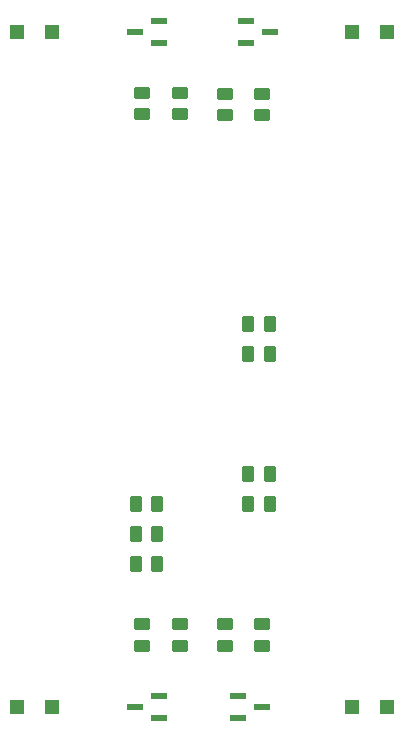
<source format=gbr>
%TF.GenerationSoftware,KiCad,Pcbnew,7.0.6-7.0.6~ubuntu22.04.1*%
%TF.CreationDate,2023-07-14T18:36:51-05:00*%
%TF.ProjectId,picodrone_controller,7069636f-6472-46f6-9e65-5f636f6e7472,rev?*%
%TF.SameCoordinates,Original*%
%TF.FileFunction,Paste,Top*%
%TF.FilePolarity,Positive*%
%FSLAX46Y46*%
G04 Gerber Fmt 4.6, Leading zero omitted, Abs format (unit mm)*
G04 Created by KiCad (PCBNEW 7.0.6-7.0.6~ubuntu22.04.1) date 2023-07-14 18:36:51*
%MOMM*%
%LPD*%
G01*
G04 APERTURE LIST*
G04 Aperture macros list*
%AMRoundRect*
0 Rectangle with rounded corners*
0 $1 Rounding radius*
0 $2 $3 $4 $5 $6 $7 $8 $9 X,Y pos of 4 corners*
0 Add a 4 corners polygon primitive as box body*
4,1,4,$2,$3,$4,$5,$6,$7,$8,$9,$2,$3,0*
0 Add four circle primitives for the rounded corners*
1,1,$1+$1,$2,$3*
1,1,$1+$1,$4,$5*
1,1,$1+$1,$6,$7*
1,1,$1+$1,$8,$9*
0 Add four rect primitives between the rounded corners*
20,1,$1+$1,$2,$3,$4,$5,0*
20,1,$1+$1,$4,$5,$6,$7,0*
20,1,$1+$1,$6,$7,$8,$9,0*
20,1,$1+$1,$8,$9,$2,$3,0*%
G04 Aperture macros list end*
%ADD10RoundRect,0.250000X-0.450000X0.262500X-0.450000X-0.262500X0.450000X-0.262500X0.450000X0.262500X0*%
%ADD11RoundRect,0.250000X0.262500X0.450000X-0.262500X0.450000X-0.262500X-0.450000X0.262500X-0.450000X0*%
%ADD12R,1.320800X0.558800*%
%ADD13RoundRect,0.250000X0.450000X-0.262500X0.450000X0.262500X-0.450000X0.262500X-0.450000X-0.262500X0*%
%ADD14RoundRect,0.183000X0.437000X0.427000X-0.437000X0.427000X-0.437000X-0.427000X0.437000X-0.427000X0*%
%ADD15RoundRect,0.250000X-0.262500X-0.450000X0.262500X-0.450000X0.262500X0.450000X-0.262500X0.450000X0*%
%ADD16RoundRect,0.183000X-0.437000X-0.427000X0.437000X-0.427000X0.437000X0.427000X-0.437000X0.427000X0*%
G04 APERTURE END LIST*
D10*
%TO.C,R7*%
X148590000Y-108585000D03*
X148590000Y-110410000D03*
%TD*%
D11*
%TO.C,R15*%
X146685000Y-100965000D03*
X144860000Y-100965000D03*
%TD*%
D12*
%TO.C,Q4*%
X144780000Y-115570000D03*
X146812000Y-116520001D03*
X146812000Y-114619999D03*
%TD*%
D13*
%TO.C,R8*%
X145415000Y-110410000D03*
X145415000Y-108585000D03*
%TD*%
D12*
%TO.C,Q3*%
X155575000Y-115570000D03*
X153543000Y-114619999D03*
X153543000Y-116520001D03*
%TD*%
D11*
%TO.C,R13*%
X146685000Y-103505000D03*
X144860000Y-103505000D03*
%TD*%
D10*
%TO.C,R4*%
X155575000Y-63660000D03*
X155575000Y-65485000D03*
%TD*%
D11*
%TO.C,R14*%
X146685000Y-98425000D03*
X144860000Y-98425000D03*
%TD*%
D14*
%TO.C,D3*%
X166175000Y-115570000D03*
X163195000Y-115570000D03*
%TD*%
D13*
%TO.C,R3*%
X152400000Y-65485000D03*
X152400000Y-63660000D03*
%TD*%
D14*
%TO.C,D2*%
X166175000Y-58420000D03*
X163195000Y-58420000D03*
%TD*%
D10*
%TO.C,R1*%
X145415000Y-63580000D03*
X145415000Y-65405000D03*
%TD*%
D15*
%TO.C,R11*%
X154385000Y-95885000D03*
X156210000Y-95885000D03*
%TD*%
D10*
%TO.C,R5*%
X152400000Y-108585000D03*
X152400000Y-110410000D03*
%TD*%
D16*
%TO.C,D1*%
X134815000Y-58420000D03*
X137795000Y-58420000D03*
%TD*%
D12*
%TO.C,Q1*%
X144780000Y-58420000D03*
X146812000Y-59370001D03*
X146812000Y-57469999D03*
%TD*%
D13*
%TO.C,R6*%
X155575000Y-110410000D03*
X155575000Y-108585000D03*
%TD*%
D15*
%TO.C,R9*%
X154385000Y-83185000D03*
X156210000Y-83185000D03*
%TD*%
D12*
%TO.C,Q2*%
X156210000Y-58420000D03*
X154178000Y-57469999D03*
X154178000Y-59370001D03*
%TD*%
D15*
%TO.C,R12*%
X154385000Y-98425000D03*
X156210000Y-98425000D03*
%TD*%
D16*
%TO.C,D4*%
X134815000Y-115570000D03*
X137795000Y-115570000D03*
%TD*%
D13*
%TO.C,R2*%
X148590000Y-65405000D03*
X148590000Y-63580000D03*
%TD*%
D11*
%TO.C,R10*%
X156210000Y-85725000D03*
X154385000Y-85725000D03*
%TD*%
M02*

</source>
